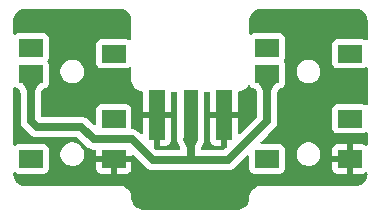
<source format=gbr>
%TF.GenerationSoftware,KiCad,Pcbnew,8.0.0*%
%TF.CreationDate,2024-03-03T15:21:22+01:00*%
%TF.ProjectId,EuroTap,4575726f-5461-4702-9e6b-696361645f70,0v02*%
%TF.SameCoordinates,Original*%
%TF.FileFunction,Copper,L1,Top*%
%TF.FilePolarity,Positive*%
%FSLAX46Y46*%
G04 Gerber Fmt 4.6, Leading zero omitted, Abs format (unit mm)*
G04 Created by KiCad (PCBNEW 8.0.0) date 2024-03-03 15:21:22*
%MOMM*%
%LPD*%
G01*
G04 APERTURE LIST*
%TA.AperFunction,SMDPad,CuDef*%
%ADD10R,2.000000X1.500000*%
%TD*%
%TA.AperFunction,SMDPad,CuDef*%
%ADD11R,1.270000X4.200000*%
%TD*%
%TA.AperFunction,SMDPad,CuDef*%
%ADD12R,1.350000X4.200000*%
%TD*%
%TA.AperFunction,ViaPad*%
%ADD13C,0.500000*%
%TD*%
%TA.AperFunction,Conductor*%
%ADD14C,0.700000*%
%TD*%
G04 APERTURE END LIST*
D10*
%TO.P,J2,1,S*%
%TO.N,GND*%
X128500000Y-112700000D03*
%TO.P,J2,2,T*%
%TO.N,/Signal*%
X121500000Y-105500000D03*
%TO.P,J2,3,R1*%
%TO.N,unconnected-(J2-R1-Pad3)*%
X128500000Y-109300000D03*
%TO.P,J2,4,R2*%
%TO.N,unconnected-(J2-R2-Pad4)*%
X121500000Y-112700000D03*
%TO.P,J2,10*%
%TO.N,N/C*%
X121500000Y-103300000D03*
%TO.P,J2,11*%
X128500000Y-103800000D03*
%TD*%
%TO.P,J1,11*%
%TO.N,N/C*%
X148500000Y-103800000D03*
%TO.P,J1,10*%
X141500000Y-103300000D03*
%TO.P,J1,4,R2*%
%TO.N,unconnected-(J1-R2-Pad4)*%
X141500000Y-112700000D03*
%TO.P,J1,3,R1*%
%TO.N,unconnected-(J1-R1-Pad3)*%
X148500000Y-109300000D03*
%TO.P,J1,2,T*%
%TO.N,/Signal*%
X141500000Y-105500000D03*
%TO.P,J1,1,S*%
%TO.N,GND*%
X148500000Y-112700000D03*
%TD*%
D11*
%TO.P,J3,1,In*%
%TO.N,/Signal*%
X135015000Y-109000000D03*
D12*
%TO.P,J3,2,Ext*%
%TO.N,GND*%
X137840000Y-109000000D03*
X132190000Y-109000000D03*
%TD*%
D13*
%TO.N,GND*%
X146000000Y-108110000D03*
X124000000Y-114000000D03*
X124000000Y-102000000D03*
X140000000Y-107500000D03*
X124000000Y-108110000D03*
X138000000Y-115000000D03*
X130000000Y-107500000D03*
X146000000Y-102000000D03*
X132000000Y-115000000D03*
X146000000Y-114000000D03*
%TD*%
D14*
%TO.N,/Signal*%
X135015000Y-112795000D02*
X135015000Y-109000000D01*
X130060000Y-111060000D02*
X126810000Y-111060000D01*
X135000000Y-112810000D02*
X131810000Y-112810000D01*
X131810000Y-112810000D02*
X130060000Y-111060000D01*
X126810000Y-111060000D02*
X125750000Y-110000000D01*
X125750000Y-110000000D02*
X122000000Y-110000000D01*
X121500000Y-109500000D02*
X121500000Y-105500000D01*
X122000000Y-110000000D02*
X121500000Y-109500000D01*
X138205000Y-112795000D02*
X141500000Y-109500000D01*
X141500000Y-109500000D02*
X141500000Y-105500000D01*
X135015000Y-112795000D02*
X138205000Y-112795000D01*
%TD*%
%TA.AperFunction,Conductor*%
%TO.N,GND*%
G36*
X149001509Y-100000037D02*
G01*
X149007232Y-100000177D01*
X149087583Y-100002145D01*
X149108728Y-100004490D01*
X149279013Y-100038362D01*
X149302261Y-100045413D01*
X149461257Y-100111272D01*
X149482692Y-100122730D01*
X149625775Y-100218335D01*
X149644565Y-100233756D01*
X149766243Y-100355434D01*
X149781664Y-100374224D01*
X149877269Y-100517307D01*
X149888728Y-100538745D01*
X149954583Y-100697731D01*
X149961639Y-100720993D01*
X149995508Y-100891266D01*
X149997854Y-100912419D01*
X149999963Y-100998488D01*
X150000000Y-101001526D01*
X150000000Y-102551372D01*
X149980315Y-102618411D01*
X149927511Y-102664166D01*
X149858353Y-102674110D01*
X149801689Y-102650639D01*
X149742331Y-102606204D01*
X149742328Y-102606202D01*
X149607482Y-102555908D01*
X149607483Y-102555908D01*
X149547883Y-102549501D01*
X149547881Y-102549500D01*
X149547873Y-102549500D01*
X149547864Y-102549500D01*
X147452129Y-102549500D01*
X147452123Y-102549501D01*
X147392516Y-102555908D01*
X147257671Y-102606202D01*
X147257664Y-102606206D01*
X147142455Y-102692452D01*
X147142452Y-102692455D01*
X147056206Y-102807664D01*
X147056202Y-102807671D01*
X147005908Y-102942517D01*
X146999501Y-103002116D01*
X146999500Y-103002135D01*
X146999500Y-104597870D01*
X146999501Y-104597876D01*
X147005908Y-104657483D01*
X147056202Y-104792328D01*
X147056206Y-104792335D01*
X147142452Y-104907544D01*
X147142455Y-104907547D01*
X147257664Y-104993793D01*
X147257671Y-104993797D01*
X147392517Y-105044091D01*
X147392516Y-105044091D01*
X147399444Y-105044835D01*
X147452127Y-105050500D01*
X149547872Y-105050499D01*
X149607483Y-105044091D01*
X149742331Y-104993796D01*
X149801688Y-104949360D01*
X149867153Y-104924943D01*
X149935426Y-104939794D01*
X149984832Y-104989199D01*
X150000000Y-105048627D01*
X150000000Y-108051372D01*
X149980315Y-108118411D01*
X149927511Y-108164166D01*
X149858353Y-108174110D01*
X149801689Y-108150639D01*
X149742331Y-108106204D01*
X149742328Y-108106202D01*
X149607482Y-108055908D01*
X149607483Y-108055908D01*
X149547883Y-108049501D01*
X149547881Y-108049500D01*
X149547873Y-108049500D01*
X149547864Y-108049500D01*
X147452129Y-108049500D01*
X147452123Y-108049501D01*
X147392516Y-108055908D01*
X147257671Y-108106202D01*
X147257664Y-108106206D01*
X147142455Y-108192452D01*
X147142452Y-108192455D01*
X147056206Y-108307664D01*
X147056202Y-108307671D01*
X147005908Y-108442517D01*
X146999501Y-108502116D01*
X146999501Y-108502123D01*
X146999500Y-108502135D01*
X146999500Y-110097870D01*
X146999501Y-110097876D01*
X147005908Y-110157483D01*
X147056202Y-110292328D01*
X147056206Y-110292335D01*
X147142452Y-110407544D01*
X147142455Y-110407547D01*
X147257664Y-110493793D01*
X147257671Y-110493797D01*
X147392517Y-110544091D01*
X147392516Y-110544091D01*
X147399444Y-110544835D01*
X147452127Y-110550500D01*
X149547872Y-110550499D01*
X149607483Y-110544091D01*
X149742331Y-110493796D01*
X149801688Y-110449360D01*
X149867153Y-110424943D01*
X149935426Y-110439794D01*
X149984832Y-110489199D01*
X150000000Y-110548627D01*
X150000000Y-111451997D01*
X149980315Y-111519036D01*
X149927511Y-111564791D01*
X149858353Y-111574735D01*
X149801689Y-111551263D01*
X149742093Y-111506649D01*
X149742086Y-111506645D01*
X149607379Y-111456403D01*
X149607372Y-111456401D01*
X149547844Y-111450000D01*
X148750000Y-111450000D01*
X148750000Y-113950000D01*
X149547828Y-113950000D01*
X149547844Y-113949999D01*
X149607372Y-113943598D01*
X149607379Y-113943596D01*
X149742086Y-113893354D01*
X149742089Y-113893352D01*
X149801688Y-113848736D01*
X149867152Y-113824318D01*
X149935425Y-113839169D01*
X149984831Y-113888573D01*
X150000000Y-113948002D01*
X150000000Y-113998473D01*
X149999963Y-114001511D01*
X149997854Y-114087580D01*
X149995508Y-114108733D01*
X149961639Y-114279006D01*
X149954583Y-114302268D01*
X149888728Y-114461254D01*
X149877269Y-114482692D01*
X149781664Y-114625775D01*
X149766243Y-114644565D01*
X149644565Y-114766243D01*
X149625775Y-114781664D01*
X149482692Y-114877269D01*
X149461254Y-114888728D01*
X149302268Y-114954583D01*
X149279006Y-114961639D01*
X149108733Y-114995508D01*
X149087580Y-114997854D01*
X149004250Y-114999895D01*
X149001509Y-114999963D01*
X148998473Y-115000000D01*
X141000000Y-115000000D01*
X140901746Y-115002407D01*
X140901744Y-115002407D01*
X140901738Y-115002408D01*
X140709020Y-115040742D01*
X140709012Y-115040744D01*
X140527466Y-115115943D01*
X140527456Y-115115948D01*
X140364072Y-115225118D01*
X140364068Y-115225121D01*
X140225121Y-115364068D01*
X140225118Y-115364072D01*
X140115948Y-115527456D01*
X140115943Y-115527466D01*
X140040744Y-115709012D01*
X140040742Y-115709020D01*
X140002408Y-115901738D01*
X140002407Y-115901747D01*
X140000000Y-116000000D01*
X140000000Y-116000001D01*
X139997854Y-116087580D01*
X139995508Y-116108733D01*
X139961639Y-116279006D01*
X139954583Y-116302268D01*
X139888728Y-116461254D01*
X139877269Y-116482692D01*
X139781664Y-116625775D01*
X139766243Y-116644565D01*
X139644565Y-116766243D01*
X139625775Y-116781664D01*
X139482692Y-116877269D01*
X139461254Y-116888728D01*
X139302268Y-116954583D01*
X139279006Y-116961639D01*
X139108733Y-116995508D01*
X139087580Y-116997854D01*
X139004250Y-116999895D01*
X139001509Y-116999963D01*
X138998473Y-117000000D01*
X131001527Y-117000000D01*
X130998490Y-116999963D01*
X130912420Y-116997854D01*
X130891266Y-116995508D01*
X130720993Y-116961639D01*
X130697731Y-116954583D01*
X130538745Y-116888728D01*
X130517307Y-116877269D01*
X130374224Y-116781664D01*
X130355434Y-116766243D01*
X130233756Y-116644565D01*
X130218335Y-116625775D01*
X130122730Y-116482692D01*
X130111271Y-116461254D01*
X130045413Y-116302261D01*
X130038362Y-116279013D01*
X130004490Y-116108728D01*
X130002145Y-116087583D01*
X130000000Y-116000000D01*
X129997593Y-115901746D01*
X129959256Y-115709013D01*
X129884055Y-115527463D01*
X129884053Y-115527460D01*
X129884051Y-115527456D01*
X129774881Y-115364072D01*
X129774878Y-115364068D01*
X129635931Y-115225121D01*
X129635927Y-115225118D01*
X129472543Y-115115948D01*
X129472533Y-115115943D01*
X129290987Y-115040744D01*
X129290979Y-115040742D01*
X129098261Y-115002408D01*
X129098256Y-115002407D01*
X129098254Y-115002407D01*
X129000000Y-115000000D01*
X128999992Y-115000000D01*
X121001527Y-115000000D01*
X120998490Y-114999963D01*
X120912420Y-114997854D01*
X120891266Y-114995508D01*
X120720993Y-114961639D01*
X120697731Y-114954583D01*
X120538745Y-114888728D01*
X120517307Y-114877269D01*
X120374224Y-114781664D01*
X120355434Y-114766243D01*
X120233756Y-114644565D01*
X120218335Y-114625775D01*
X120122730Y-114482692D01*
X120111271Y-114461254D01*
X120045413Y-114302261D01*
X120038362Y-114279013D01*
X120004490Y-114108728D01*
X120002145Y-114087583D01*
X120000037Y-114001509D01*
X120000000Y-113998473D01*
X120000000Y-113948627D01*
X120019685Y-113881588D01*
X120072489Y-113835833D01*
X120141647Y-113825889D01*
X120198311Y-113849360D01*
X120257076Y-113893352D01*
X120257668Y-113893795D01*
X120257671Y-113893797D01*
X120392517Y-113944091D01*
X120392516Y-113944091D01*
X120399444Y-113944835D01*
X120452127Y-113950500D01*
X122547872Y-113950499D01*
X122607483Y-113944091D01*
X122742331Y-113893796D01*
X122857546Y-113807546D01*
X122943796Y-113692331D01*
X122994091Y-113557483D01*
X123000500Y-113497873D01*
X123000499Y-112398543D01*
X123999499Y-112398543D01*
X124037947Y-112591829D01*
X124037950Y-112591839D01*
X124113364Y-112773907D01*
X124113371Y-112773920D01*
X124222860Y-112937781D01*
X124222863Y-112937785D01*
X124362214Y-113077136D01*
X124362218Y-113077139D01*
X124526079Y-113186628D01*
X124526092Y-113186635D01*
X124708160Y-113262049D01*
X124708165Y-113262051D01*
X124708169Y-113262051D01*
X124708170Y-113262052D01*
X124901456Y-113300500D01*
X124901459Y-113300500D01*
X125098543Y-113300500D01*
X125228582Y-113274632D01*
X125291835Y-113262051D01*
X125473914Y-113186632D01*
X125637782Y-113077139D01*
X125764921Y-112950000D01*
X127000000Y-112950000D01*
X127000000Y-113497844D01*
X127006401Y-113557372D01*
X127006403Y-113557379D01*
X127056645Y-113692086D01*
X127056649Y-113692093D01*
X127142809Y-113807187D01*
X127142812Y-113807190D01*
X127257906Y-113893350D01*
X127257913Y-113893354D01*
X127392620Y-113943596D01*
X127392627Y-113943598D01*
X127452155Y-113949999D01*
X127452172Y-113950000D01*
X128250000Y-113950000D01*
X128250000Y-112950000D01*
X128750000Y-112950000D01*
X128750000Y-113950000D01*
X129547828Y-113950000D01*
X129547844Y-113949999D01*
X129607372Y-113943598D01*
X129607379Y-113943596D01*
X129742086Y-113893354D01*
X129742093Y-113893350D01*
X129857187Y-113807190D01*
X129857190Y-113807187D01*
X129943350Y-113692093D01*
X129943354Y-113692086D01*
X129993596Y-113557379D01*
X129993598Y-113557372D01*
X129999999Y-113497844D01*
X130000000Y-113497827D01*
X130000000Y-112950000D01*
X128750000Y-112950000D01*
X128250000Y-112950000D01*
X127000000Y-112950000D01*
X125764921Y-112950000D01*
X125777139Y-112937782D01*
X125886632Y-112773914D01*
X125962051Y-112591835D01*
X125994573Y-112428339D01*
X126000500Y-112398543D01*
X126000500Y-112201456D01*
X125962052Y-112008170D01*
X125962051Y-112008169D01*
X125962051Y-112008165D01*
X125951623Y-111982989D01*
X125886635Y-111826092D01*
X125886628Y-111826079D01*
X125777139Y-111662218D01*
X125777136Y-111662214D01*
X125637785Y-111522863D01*
X125637781Y-111522860D01*
X125473920Y-111413371D01*
X125473907Y-111413364D01*
X125291839Y-111337950D01*
X125291829Y-111337947D01*
X125098543Y-111299500D01*
X125098541Y-111299500D01*
X124901459Y-111299500D01*
X124901457Y-111299500D01*
X124708170Y-111337947D01*
X124708160Y-111337950D01*
X124526092Y-111413364D01*
X124526079Y-111413371D01*
X124362218Y-111522860D01*
X124362214Y-111522863D01*
X124222863Y-111662214D01*
X124222860Y-111662218D01*
X124113371Y-111826079D01*
X124113364Y-111826092D01*
X124037950Y-112008160D01*
X124037947Y-112008170D01*
X123999500Y-112201456D01*
X123999500Y-112201459D01*
X123999500Y-112398541D01*
X123999500Y-112398543D01*
X123999499Y-112398543D01*
X123000499Y-112398543D01*
X123000499Y-111902128D01*
X122994091Y-111842517D01*
X122991614Y-111835877D01*
X122943797Y-111707671D01*
X122943793Y-111707664D01*
X122857547Y-111592455D01*
X122857544Y-111592452D01*
X122742335Y-111506206D01*
X122742328Y-111506202D01*
X122607482Y-111455908D01*
X122607483Y-111455908D01*
X122547883Y-111449501D01*
X122547881Y-111449500D01*
X122547873Y-111449500D01*
X122547864Y-111449500D01*
X120452129Y-111449500D01*
X120452123Y-111449501D01*
X120392516Y-111455908D01*
X120257671Y-111506202D01*
X120257668Y-111506204D01*
X120198311Y-111550639D01*
X120132846Y-111575056D01*
X120064573Y-111560204D01*
X120015168Y-111510799D01*
X120000000Y-111451372D01*
X120000000Y-106748627D01*
X120019685Y-106681588D01*
X120072489Y-106635833D01*
X120141647Y-106625889D01*
X120198311Y-106649360D01*
X120257665Y-106693793D01*
X120257668Y-106693795D01*
X120257671Y-106693797D01*
X120302618Y-106710561D01*
X120392517Y-106744091D01*
X120419011Y-106746939D01*
X120483559Y-106773676D01*
X120515166Y-106811876D01*
X120535234Y-106849504D01*
X120538481Y-106856050D01*
X120604548Y-106999745D01*
X120606847Y-107005070D01*
X120640470Y-107088286D01*
X120649500Y-107134739D01*
X120649500Y-109583771D01*
X120682182Y-109748074D01*
X120682185Y-109748086D01*
X120700961Y-109793414D01*
X120700962Y-109793416D01*
X120746296Y-109902863D01*
X120746297Y-109902866D01*
X120839372Y-110042161D01*
X120839375Y-110042165D01*
X121457834Y-110660624D01*
X121457838Y-110660627D01*
X121597137Y-110753704D01*
X121597139Y-110753705D01*
X121597143Y-110753707D01*
X121679222Y-110787703D01*
X121706584Y-110799037D01*
X121751918Y-110817816D01*
X121916228Y-110850499D01*
X121916232Y-110850500D01*
X121916233Y-110850500D01*
X122083767Y-110850500D01*
X125346349Y-110850500D01*
X125413388Y-110870185D01*
X125434030Y-110886819D01*
X125801126Y-111253914D01*
X126149374Y-111602162D01*
X126209426Y-111662214D01*
X126267839Y-111720627D01*
X126321207Y-111756286D01*
X126407137Y-111813703D01*
X126561918Y-111877816D01*
X126726228Y-111910499D01*
X126726232Y-111910500D01*
X126726233Y-111910500D01*
X126876000Y-111910500D01*
X126943039Y-111930185D01*
X126988794Y-111982989D01*
X127000000Y-112034500D01*
X127000000Y-112450000D01*
X129999998Y-112450000D01*
X130035923Y-112414075D01*
X130097246Y-112380590D01*
X130166938Y-112385574D01*
X130211286Y-112414075D01*
X131267834Y-113470624D01*
X131267838Y-113470627D01*
X131384689Y-113548705D01*
X131407137Y-113563704D01*
X131407139Y-113563705D01*
X131407143Y-113563707D01*
X131480362Y-113594034D01*
X131516584Y-113609037D01*
X131561918Y-113627816D01*
X131662803Y-113647883D01*
X131726228Y-113660499D01*
X131726232Y-113660500D01*
X131726233Y-113660500D01*
X135083768Y-113660500D01*
X135083768Y-113660499D01*
X135147198Y-113647882D01*
X135171389Y-113645500D01*
X138288768Y-113645500D01*
X138288769Y-113645499D01*
X138343538Y-113634605D01*
X138453074Y-113612818D01*
X138453078Y-113612816D01*
X138453082Y-113612816D01*
X138498415Y-113594037D01*
X138607863Y-113548704D01*
X138747162Y-113455627D01*
X139787819Y-112414968D01*
X139849142Y-112381484D01*
X139918833Y-112386468D01*
X139974767Y-112428339D01*
X139999184Y-112493804D01*
X139999500Y-112502650D01*
X139999500Y-113497870D01*
X139999501Y-113497876D01*
X140005908Y-113557483D01*
X140056202Y-113692328D01*
X140056206Y-113692335D01*
X140142452Y-113807544D01*
X140142455Y-113807547D01*
X140257664Y-113893793D01*
X140257671Y-113893797D01*
X140392517Y-113944091D01*
X140392516Y-113944091D01*
X140399444Y-113944835D01*
X140452127Y-113950500D01*
X142547872Y-113950499D01*
X142607483Y-113944091D01*
X142742331Y-113893796D01*
X142857546Y-113807546D01*
X142943796Y-113692331D01*
X142994091Y-113557483D01*
X143000500Y-113497873D01*
X143000499Y-112398543D01*
X143999499Y-112398543D01*
X144037947Y-112591829D01*
X144037950Y-112591839D01*
X144113364Y-112773907D01*
X144113371Y-112773920D01*
X144222860Y-112937781D01*
X144222863Y-112937785D01*
X144362214Y-113077136D01*
X144362218Y-113077139D01*
X144526079Y-113186628D01*
X144526092Y-113186635D01*
X144708160Y-113262049D01*
X144708165Y-113262051D01*
X144708169Y-113262051D01*
X144708170Y-113262052D01*
X144901456Y-113300500D01*
X144901459Y-113300500D01*
X145098543Y-113300500D01*
X145228582Y-113274632D01*
X145291835Y-113262051D01*
X145473914Y-113186632D01*
X145637782Y-113077139D01*
X145764921Y-112950000D01*
X147000000Y-112950000D01*
X147000000Y-113497844D01*
X147006401Y-113557372D01*
X147006403Y-113557379D01*
X147056645Y-113692086D01*
X147056649Y-113692093D01*
X147142809Y-113807187D01*
X147142812Y-113807190D01*
X147257906Y-113893350D01*
X147257913Y-113893354D01*
X147392620Y-113943596D01*
X147392627Y-113943598D01*
X147452155Y-113949999D01*
X147452172Y-113950000D01*
X148250000Y-113950000D01*
X148250000Y-112950000D01*
X147000000Y-112950000D01*
X145764921Y-112950000D01*
X145777139Y-112937782D01*
X145886632Y-112773914D01*
X145962051Y-112591835D01*
X145990264Y-112450000D01*
X147000000Y-112450000D01*
X148250000Y-112450000D01*
X148250000Y-111450000D01*
X147452155Y-111450000D01*
X147392627Y-111456401D01*
X147392620Y-111456403D01*
X147257913Y-111506645D01*
X147257906Y-111506649D01*
X147142812Y-111592809D01*
X147142809Y-111592812D01*
X147056649Y-111707906D01*
X147056645Y-111707913D01*
X147006403Y-111842620D01*
X147006401Y-111842627D01*
X147000000Y-111902155D01*
X147000000Y-112450000D01*
X145990264Y-112450000D01*
X145994573Y-112428339D01*
X146000500Y-112398543D01*
X146000500Y-112201456D01*
X145962052Y-112008170D01*
X145962051Y-112008169D01*
X145962051Y-112008165D01*
X145951623Y-111982989D01*
X145886635Y-111826092D01*
X145886628Y-111826079D01*
X145777139Y-111662218D01*
X145777136Y-111662214D01*
X145637785Y-111522863D01*
X145637781Y-111522860D01*
X145473920Y-111413371D01*
X145473907Y-111413364D01*
X145291839Y-111337950D01*
X145291829Y-111337947D01*
X145098543Y-111299500D01*
X145098541Y-111299500D01*
X144901459Y-111299500D01*
X144901457Y-111299500D01*
X144708170Y-111337947D01*
X144708160Y-111337950D01*
X144526092Y-111413364D01*
X144526079Y-111413371D01*
X144362218Y-111522860D01*
X144362214Y-111522863D01*
X144222863Y-111662214D01*
X144222860Y-111662218D01*
X144113371Y-111826079D01*
X144113364Y-111826092D01*
X144037950Y-112008160D01*
X144037947Y-112008170D01*
X143999500Y-112201456D01*
X143999500Y-112201459D01*
X143999500Y-112398541D01*
X143999500Y-112398543D01*
X143999499Y-112398543D01*
X143000499Y-112398543D01*
X143000499Y-111902128D01*
X142994091Y-111842517D01*
X142991614Y-111835877D01*
X142943797Y-111707671D01*
X142943793Y-111707664D01*
X142857547Y-111592455D01*
X142857544Y-111592452D01*
X142742335Y-111506206D01*
X142742328Y-111506202D01*
X142607482Y-111455908D01*
X142607483Y-111455908D01*
X142547883Y-111449501D01*
X142547881Y-111449500D01*
X142547873Y-111449500D01*
X142547865Y-111449500D01*
X141052650Y-111449500D01*
X140985611Y-111429815D01*
X140939856Y-111377011D01*
X140929912Y-111307853D01*
X140958937Y-111244297D01*
X140964969Y-111237819D01*
X141542162Y-110660627D01*
X142160627Y-110042162D01*
X142253704Y-109902863D01*
X142299035Y-109793418D01*
X142299037Y-109793417D01*
X142317815Y-109748084D01*
X142317818Y-109748074D01*
X142350499Y-109583771D01*
X142350500Y-109583768D01*
X142350500Y-107134738D01*
X142359529Y-107088287D01*
X142365912Y-107072489D01*
X142393173Y-107005015D01*
X142395444Y-106999754D01*
X142461530Y-106856019D01*
X142464765Y-106849498D01*
X142484831Y-106811875D01*
X142533748Y-106761986D01*
X142580989Y-106746939D01*
X142580999Y-106746938D01*
X142607483Y-106744091D01*
X142742331Y-106693796D01*
X142857546Y-106607546D01*
X142943796Y-106492331D01*
X142994091Y-106357483D01*
X143000500Y-106297873D01*
X143000499Y-105398543D01*
X143999499Y-105398543D01*
X144037947Y-105591829D01*
X144037950Y-105591839D01*
X144113364Y-105773907D01*
X144113371Y-105773920D01*
X144222860Y-105937781D01*
X144222863Y-105937785D01*
X144362214Y-106077136D01*
X144362218Y-106077139D01*
X144526079Y-106186628D01*
X144526092Y-106186635D01*
X144708160Y-106262049D01*
X144708165Y-106262051D01*
X144708169Y-106262051D01*
X144708170Y-106262052D01*
X144901456Y-106300500D01*
X144901459Y-106300500D01*
X145098543Y-106300500D01*
X145228582Y-106274632D01*
X145291835Y-106262051D01*
X145473914Y-106186632D01*
X145637782Y-106077139D01*
X145777139Y-105937782D01*
X145886632Y-105773914D01*
X145962051Y-105591835D01*
X146000500Y-105398541D01*
X146000500Y-105201459D01*
X146000500Y-105201456D01*
X145962052Y-105008170D01*
X145962051Y-105008169D01*
X145962051Y-105008165D01*
X145920373Y-104907544D01*
X145886635Y-104826092D01*
X145886628Y-104826079D01*
X145777139Y-104662218D01*
X145777136Y-104662214D01*
X145637785Y-104522863D01*
X145637781Y-104522860D01*
X145473920Y-104413371D01*
X145473907Y-104413364D01*
X145291839Y-104337950D01*
X145291829Y-104337947D01*
X145098543Y-104299500D01*
X145098541Y-104299500D01*
X144901459Y-104299500D01*
X144901457Y-104299500D01*
X144708170Y-104337947D01*
X144708160Y-104337950D01*
X144526092Y-104413364D01*
X144526079Y-104413371D01*
X144362218Y-104522860D01*
X144362214Y-104522863D01*
X144222863Y-104662214D01*
X144222860Y-104662218D01*
X144113371Y-104826079D01*
X144113364Y-104826092D01*
X144037950Y-105008160D01*
X144037947Y-105008170D01*
X143999500Y-105201456D01*
X143999500Y-105201459D01*
X143999500Y-105398541D01*
X143999500Y-105398543D01*
X143999499Y-105398543D01*
X143000499Y-105398543D01*
X143000499Y-104702128D01*
X142994091Y-104642517D01*
X142977439Y-104597870D01*
X142943797Y-104507670D01*
X142936786Y-104498305D01*
X142918823Y-104474310D01*
X142894406Y-104408849D01*
X142909257Y-104340575D01*
X142918820Y-104325694D01*
X142943796Y-104292331D01*
X142994091Y-104157483D01*
X143000500Y-104097873D01*
X143000499Y-102502128D01*
X142994091Y-102442517D01*
X142943796Y-102307669D01*
X142943795Y-102307668D01*
X142943793Y-102307664D01*
X142857547Y-102192455D01*
X142857544Y-102192452D01*
X142742335Y-102106206D01*
X142742328Y-102106202D01*
X142607482Y-102055908D01*
X142607483Y-102055908D01*
X142547883Y-102049501D01*
X142547881Y-102049500D01*
X142547873Y-102049500D01*
X142547864Y-102049500D01*
X140452129Y-102049500D01*
X140452123Y-102049501D01*
X140392516Y-102055908D01*
X140257671Y-102106202D01*
X140257668Y-102106204D01*
X140198311Y-102150639D01*
X140132846Y-102175056D01*
X140064573Y-102160204D01*
X140015168Y-102110799D01*
X140000000Y-102051372D01*
X140000000Y-101001526D01*
X140000037Y-100998490D01*
X140002145Y-100912421D01*
X140002146Y-100912419D01*
X140002145Y-100912415D01*
X140004490Y-100891272D01*
X140038362Y-100720983D01*
X140045412Y-100697741D01*
X140111274Y-100538738D01*
X140122726Y-100517314D01*
X140218338Y-100374219D01*
X140233751Y-100355439D01*
X140355439Y-100233751D01*
X140374219Y-100218338D01*
X140517314Y-100122726D01*
X140538738Y-100111274D01*
X140697741Y-100045412D01*
X140720983Y-100038362D01*
X140891272Y-100004490D01*
X140912415Y-100002145D01*
X140993037Y-100000170D01*
X140998491Y-100000037D01*
X141001527Y-100000000D01*
X148998473Y-100000000D01*
X149001509Y-100000037D01*
G37*
%TD.AperFunction*%
%TA.AperFunction,Conductor*%
G36*
X129001509Y-100000037D02*
G01*
X129007232Y-100000177D01*
X129087583Y-100002145D01*
X129108728Y-100004490D01*
X129279013Y-100038362D01*
X129302261Y-100045413D01*
X129461257Y-100111272D01*
X129482692Y-100122730D01*
X129625775Y-100218335D01*
X129644565Y-100233756D01*
X129766243Y-100355434D01*
X129781664Y-100374224D01*
X129877269Y-100517307D01*
X129888728Y-100538745D01*
X129954583Y-100697731D01*
X129961639Y-100720993D01*
X129995508Y-100891266D01*
X129997854Y-100912419D01*
X129999963Y-100998488D01*
X130000000Y-101001526D01*
X130000000Y-102551372D01*
X129980315Y-102618411D01*
X129927511Y-102664166D01*
X129858353Y-102674110D01*
X129801689Y-102650639D01*
X129742331Y-102606204D01*
X129742328Y-102606202D01*
X129607482Y-102555908D01*
X129607483Y-102555908D01*
X129547883Y-102549501D01*
X129547881Y-102549500D01*
X129547873Y-102549500D01*
X129547864Y-102549500D01*
X127452129Y-102549500D01*
X127452123Y-102549501D01*
X127392516Y-102555908D01*
X127257671Y-102606202D01*
X127257664Y-102606206D01*
X127142455Y-102692452D01*
X127142452Y-102692455D01*
X127056206Y-102807664D01*
X127056202Y-102807671D01*
X127005908Y-102942517D01*
X126999501Y-103002116D01*
X126999500Y-103002135D01*
X126999500Y-104597870D01*
X126999501Y-104597876D01*
X127005908Y-104657483D01*
X127056202Y-104792328D01*
X127056206Y-104792335D01*
X127142452Y-104907544D01*
X127142455Y-104907547D01*
X127257664Y-104993793D01*
X127257671Y-104993797D01*
X127392517Y-105044091D01*
X127392516Y-105044091D01*
X127399444Y-105044835D01*
X127452127Y-105050500D01*
X129547872Y-105050499D01*
X129607483Y-105044091D01*
X129742331Y-104993796D01*
X129801688Y-104949360D01*
X129867153Y-104924943D01*
X129935426Y-104939794D01*
X129984832Y-104989199D01*
X130000000Y-105048627D01*
X130000000Y-105999992D01*
X130002407Y-106098252D01*
X130002408Y-106098261D01*
X130040742Y-106290979D01*
X130040744Y-106290987D01*
X130115943Y-106472533D01*
X130115948Y-106472543D01*
X130225118Y-106635927D01*
X130225121Y-106635931D01*
X130364068Y-106774878D01*
X130364072Y-106774881D01*
X130527456Y-106884051D01*
X130527460Y-106884053D01*
X130527463Y-106884055D01*
X130709013Y-106959256D01*
X130901746Y-106997593D01*
X130901760Y-106997593D01*
X130904664Y-106997916D01*
X130905838Y-106998407D01*
X130906974Y-106998633D01*
X130906928Y-106998862D01*
X130969126Y-107024868D01*
X131008784Y-107082392D01*
X131015000Y-107121161D01*
X131015000Y-108750000D01*
X133365000Y-108750000D01*
X133365000Y-107124000D01*
X133384685Y-107056961D01*
X133437489Y-107011206D01*
X133489000Y-107000000D01*
X133755500Y-107000000D01*
X133822539Y-107019685D01*
X133868294Y-107072489D01*
X133879500Y-107124000D01*
X133879500Y-111147866D01*
X133879502Y-111147887D01*
X133881489Y-111166377D01*
X133881762Y-111170823D01*
X133882145Y-111175227D01*
X133882555Y-111177797D01*
X133883389Y-111184054D01*
X133885906Y-111207473D01*
X133885909Y-111207484D01*
X133889074Y-111215971D01*
X133894117Y-111233227D01*
X133894920Y-111236965D01*
X133894925Y-111236979D01*
X133908138Y-111267545D01*
X133910499Y-111273413D01*
X133936115Y-111342093D01*
X133936204Y-111342330D01*
X133936208Y-111342338D01*
X133937538Y-111344115D01*
X133949769Y-111365213D01*
X133949968Y-111365110D01*
X133952015Y-111369047D01*
X133994331Y-111437940D01*
X133998747Y-111445749D01*
X134037067Y-111519634D01*
X134040119Y-111525950D01*
X134083990Y-111623697D01*
X134086169Y-111628860D01*
X134133670Y-111748945D01*
X134135269Y-111753217D01*
X134149747Y-111794161D01*
X134153538Y-111863928D01*
X134119009Y-111924669D01*
X134057121Y-111957100D01*
X134032841Y-111959500D01*
X132213651Y-111959500D01*
X132146612Y-111939815D01*
X132125970Y-111923181D01*
X131959075Y-111756286D01*
X131925590Y-111694963D01*
X131930574Y-111625271D01*
X131940000Y-111610604D01*
X131940000Y-109250000D01*
X132440000Y-109250000D01*
X132440000Y-111600000D01*
X132912828Y-111600000D01*
X132912844Y-111599999D01*
X132972372Y-111593598D01*
X132972379Y-111593596D01*
X133107086Y-111543354D01*
X133107093Y-111543350D01*
X133222187Y-111457190D01*
X133222190Y-111457187D01*
X133308350Y-111342093D01*
X133308354Y-111342086D01*
X133358596Y-111207379D01*
X133358598Y-111207372D01*
X133364999Y-111147844D01*
X133365000Y-111147827D01*
X133365000Y-109250000D01*
X132440000Y-109250000D01*
X131940000Y-109250000D01*
X131015000Y-109250000D01*
X131015000Y-110512848D01*
X130995315Y-110579887D01*
X130942511Y-110625642D01*
X130873353Y-110635586D01*
X130809797Y-110606561D01*
X130803319Y-110600529D01*
X130602165Y-110399375D01*
X130602161Y-110399372D01*
X130462869Y-110306299D01*
X130462856Y-110306292D01*
X130335891Y-110253703D01*
X130308082Y-110242184D01*
X130308074Y-110242182D01*
X130143771Y-110209500D01*
X130143767Y-110209500D01*
X130124500Y-110209500D01*
X130057461Y-110189815D01*
X130011706Y-110137011D01*
X130000500Y-110085500D01*
X130000499Y-108502129D01*
X130000498Y-108502123D01*
X130000497Y-108502116D01*
X129994091Y-108442517D01*
X129943796Y-108307669D01*
X129943795Y-108307668D01*
X129943793Y-108307664D01*
X129857547Y-108192455D01*
X129857544Y-108192452D01*
X129742335Y-108106206D01*
X129742328Y-108106202D01*
X129607482Y-108055908D01*
X129607483Y-108055908D01*
X129547883Y-108049501D01*
X129547881Y-108049500D01*
X129547873Y-108049500D01*
X129547864Y-108049500D01*
X127452129Y-108049500D01*
X127452123Y-108049501D01*
X127392516Y-108055908D01*
X127257671Y-108106202D01*
X127257664Y-108106206D01*
X127142455Y-108192452D01*
X127142452Y-108192455D01*
X127056206Y-108307664D01*
X127056202Y-108307671D01*
X127005908Y-108442517D01*
X126999501Y-108502116D01*
X126999501Y-108502123D01*
X126999500Y-108502135D01*
X126999500Y-109747349D01*
X126979815Y-109814388D01*
X126927011Y-109860143D01*
X126857853Y-109870087D01*
X126794297Y-109841062D01*
X126787819Y-109835030D01*
X126292165Y-109339375D01*
X126292161Y-109339372D01*
X126152866Y-109246297D01*
X126152863Y-109246296D01*
X126043416Y-109200962D01*
X126043414Y-109200961D01*
X125998086Y-109182185D01*
X125998074Y-109182182D01*
X125833771Y-109149500D01*
X125833767Y-109149500D01*
X122474500Y-109149500D01*
X122407461Y-109129815D01*
X122361706Y-109077011D01*
X122350500Y-109025500D01*
X122350500Y-107134738D01*
X122359529Y-107088287D01*
X122365912Y-107072489D01*
X122393173Y-107005015D01*
X122395444Y-106999754D01*
X122461530Y-106856019D01*
X122464765Y-106849498D01*
X122484831Y-106811875D01*
X122533748Y-106761986D01*
X122580989Y-106746939D01*
X122580999Y-106746938D01*
X122607483Y-106744091D01*
X122742331Y-106693796D01*
X122857546Y-106607546D01*
X122943796Y-106492331D01*
X122994091Y-106357483D01*
X123000500Y-106297873D01*
X123000499Y-105398543D01*
X123999499Y-105398543D01*
X124037947Y-105591829D01*
X124037950Y-105591839D01*
X124113364Y-105773907D01*
X124113371Y-105773920D01*
X124222860Y-105937781D01*
X124222863Y-105937785D01*
X124362214Y-106077136D01*
X124362218Y-106077139D01*
X124526079Y-106186628D01*
X124526092Y-106186635D01*
X124708160Y-106262049D01*
X124708165Y-106262051D01*
X124708169Y-106262051D01*
X124708170Y-106262052D01*
X124901456Y-106300500D01*
X124901459Y-106300500D01*
X125098543Y-106300500D01*
X125228582Y-106274632D01*
X125291835Y-106262051D01*
X125473914Y-106186632D01*
X125637782Y-106077139D01*
X125777139Y-105937782D01*
X125886632Y-105773914D01*
X125962051Y-105591835D01*
X126000500Y-105398541D01*
X126000500Y-105201459D01*
X126000500Y-105201456D01*
X125962052Y-105008170D01*
X125962051Y-105008169D01*
X125962051Y-105008165D01*
X125920373Y-104907544D01*
X125886635Y-104826092D01*
X125886628Y-104826079D01*
X125777139Y-104662218D01*
X125777136Y-104662214D01*
X125637785Y-104522863D01*
X125637781Y-104522860D01*
X125473920Y-104413371D01*
X125473907Y-104413364D01*
X125291839Y-104337950D01*
X125291829Y-104337947D01*
X125098543Y-104299500D01*
X125098541Y-104299500D01*
X124901459Y-104299500D01*
X124901457Y-104299500D01*
X124708170Y-104337947D01*
X124708160Y-104337950D01*
X124526092Y-104413364D01*
X124526079Y-104413371D01*
X124362218Y-104522860D01*
X124362214Y-104522863D01*
X124222863Y-104662214D01*
X124222860Y-104662218D01*
X124113371Y-104826079D01*
X124113364Y-104826092D01*
X124037950Y-105008160D01*
X124037947Y-105008170D01*
X123999500Y-105201456D01*
X123999500Y-105201459D01*
X123999500Y-105398541D01*
X123999500Y-105398543D01*
X123999499Y-105398543D01*
X123000499Y-105398543D01*
X123000499Y-104702128D01*
X122994091Y-104642517D01*
X122977439Y-104597870D01*
X122943797Y-104507670D01*
X122936786Y-104498305D01*
X122918823Y-104474310D01*
X122894406Y-104408849D01*
X122909257Y-104340575D01*
X122918820Y-104325694D01*
X122943796Y-104292331D01*
X122994091Y-104157483D01*
X123000500Y-104097873D01*
X123000499Y-102502128D01*
X122994091Y-102442517D01*
X122943796Y-102307669D01*
X122943795Y-102307668D01*
X122943793Y-102307664D01*
X122857547Y-102192455D01*
X122857544Y-102192452D01*
X122742335Y-102106206D01*
X122742328Y-102106202D01*
X122607482Y-102055908D01*
X122607483Y-102055908D01*
X122547883Y-102049501D01*
X122547881Y-102049500D01*
X122547873Y-102049500D01*
X122547864Y-102049500D01*
X120452129Y-102049500D01*
X120452123Y-102049501D01*
X120392516Y-102055908D01*
X120257671Y-102106202D01*
X120257668Y-102106204D01*
X120198311Y-102150639D01*
X120132846Y-102175056D01*
X120064573Y-102160204D01*
X120015168Y-102110799D01*
X120000000Y-102051372D01*
X120000000Y-101001526D01*
X120000037Y-100998490D01*
X120002145Y-100912421D01*
X120002146Y-100912419D01*
X120002145Y-100912415D01*
X120004490Y-100891272D01*
X120038362Y-100720983D01*
X120045412Y-100697741D01*
X120111274Y-100538738D01*
X120122726Y-100517314D01*
X120218338Y-100374219D01*
X120233751Y-100355439D01*
X120355439Y-100233751D01*
X120374219Y-100218338D01*
X120517314Y-100122726D01*
X120538738Y-100111274D01*
X120697741Y-100045412D01*
X120720983Y-100038362D01*
X120891272Y-100004490D01*
X120912415Y-100002145D01*
X120993037Y-100000170D01*
X120998491Y-100000037D01*
X121001527Y-100000000D01*
X128998473Y-100000000D01*
X129001509Y-100000037D01*
G37*
%TD.AperFunction*%
%TA.AperFunction,Conductor*%
G36*
X140046865Y-106483832D02*
G01*
X140063269Y-106501770D01*
X140142452Y-106607544D01*
X140142455Y-106607547D01*
X140257664Y-106693793D01*
X140257671Y-106693797D01*
X140302618Y-106710561D01*
X140392517Y-106744091D01*
X140419011Y-106746939D01*
X140483559Y-106773676D01*
X140515166Y-106811876D01*
X140535234Y-106849504D01*
X140538481Y-106856050D01*
X140604548Y-106999745D01*
X140606847Y-107005070D01*
X140640470Y-107088286D01*
X140649500Y-107134739D01*
X140649500Y-109096349D01*
X140629815Y-109163388D01*
X140613181Y-109184030D01*
X139226681Y-110570530D01*
X139165358Y-110604015D01*
X139095666Y-110599031D01*
X139039733Y-110557159D01*
X139015316Y-110491695D01*
X139015000Y-110482849D01*
X139015000Y-109250000D01*
X138090000Y-109250000D01*
X138090000Y-111651362D01*
X138087684Y-111651362D01*
X138084425Y-111696939D01*
X138055925Y-111741286D01*
X137889028Y-111908182D01*
X137827707Y-111941666D01*
X137801349Y-111944500D01*
X136002460Y-111944500D01*
X135935421Y-111924815D01*
X135889666Y-111872011D01*
X135879722Y-111802853D01*
X135885552Y-111779166D01*
X135894727Y-111753217D01*
X135896296Y-111749025D01*
X135943850Y-111628806D01*
X135945983Y-111623753D01*
X135989887Y-111525931D01*
X135992912Y-111519672D01*
X136031252Y-111445749D01*
X136035641Y-111437985D01*
X136077989Y-111369039D01*
X136085557Y-111356302D01*
X136085900Y-111355705D01*
X136085911Y-111355680D01*
X136086487Y-111354597D01*
X136090904Y-111347627D01*
X136093793Y-111342337D01*
X136093794Y-111342333D01*
X136093796Y-111342331D01*
X136096241Y-111335773D01*
X136100927Y-111324844D01*
X136116124Y-111293637D01*
X136121847Y-111270453D01*
X136122567Y-111267535D01*
X136126773Y-111253914D01*
X136144091Y-111207484D01*
X136144907Y-111199891D01*
X136148364Y-111167732D01*
X136150021Y-111158350D01*
X136149853Y-111158321D01*
X136150605Y-111153954D01*
X136150604Y-111153954D01*
X136150606Y-111153950D01*
X136151493Y-111145039D01*
X136153963Y-111090971D01*
X136151904Y-111077422D01*
X136150499Y-111058801D01*
X136150499Y-109250000D01*
X136665000Y-109250000D01*
X136665000Y-111147844D01*
X136671401Y-111207372D01*
X136671403Y-111207379D01*
X136721645Y-111342086D01*
X136721649Y-111342093D01*
X136807809Y-111457187D01*
X136807812Y-111457190D01*
X136922906Y-111543350D01*
X136922913Y-111543354D01*
X137057620Y-111593596D01*
X137057627Y-111593598D01*
X137117155Y-111599999D01*
X137117172Y-111600000D01*
X137590000Y-111600000D01*
X137590000Y-109250000D01*
X136665000Y-109250000D01*
X136150499Y-109250000D01*
X136150499Y-107124000D01*
X136170184Y-107056961D01*
X136222988Y-107011206D01*
X136274499Y-107000000D01*
X136541000Y-107000000D01*
X136608039Y-107019685D01*
X136653794Y-107072489D01*
X136665000Y-107124000D01*
X136665000Y-108750000D01*
X139015000Y-108750000D01*
X139015000Y-107115917D01*
X139034685Y-107048878D01*
X139087489Y-107003123D01*
X139114809Y-106994300D01*
X139290987Y-106959256D01*
X139472537Y-106884055D01*
X139635928Y-106774881D01*
X139774881Y-106635928D01*
X139860901Y-106507190D01*
X139914513Y-106462385D01*
X139983838Y-106453678D01*
X140046865Y-106483832D01*
G37*
%TD.AperFunction*%
%TD*%
%TA.AperFunction,Conductor*%
%TO.N,/Signal*%
G36*
X135025313Y-109033916D02*
G01*
X135026200Y-109036057D01*
X135648479Y-111094969D01*
X135647592Y-111103880D01*
X135647249Y-111104477D01*
X135592997Y-111192805D01*
X135592991Y-111192816D01*
X135536011Y-111302678D01*
X135535990Y-111302722D01*
X135479000Y-111429698D01*
X135421997Y-111573805D01*
X135367758Y-111727200D01*
X135361769Y-111733858D01*
X135356727Y-111735000D01*
X134673273Y-111735000D01*
X134665000Y-111731573D01*
X134662242Y-111727200D01*
X134608002Y-111573805D01*
X134608000Y-111573799D01*
X134551000Y-111429699D01*
X134494000Y-111302700D01*
X134437000Y-111192800D01*
X134382750Y-111104477D01*
X134381340Y-111095634D01*
X134381515Y-111094986D01*
X135003800Y-109036056D01*
X135009474Y-109029129D01*
X135018385Y-109028242D01*
X135025313Y-109033916D01*
G37*
%TD.AperFunction*%
%TD*%
%TA.AperFunction,Conductor*%
%TO.N,/Signal*%
G36*
X121508268Y-105507279D02*
G01*
X121508279Y-105507290D01*
X122242676Y-106242666D01*
X122246097Y-106250942D01*
X122243603Y-106258155D01*
X122170000Y-106351998D01*
X122090006Y-106477989D01*
X122089996Y-106478006D01*
X122010012Y-106627973D01*
X122010001Y-106627995D01*
X121930000Y-106801996D01*
X121852956Y-106992683D01*
X121846679Y-106999070D01*
X121842108Y-107000000D01*
X121157892Y-107000000D01*
X121149619Y-106996573D01*
X121147044Y-106992683D01*
X121069998Y-106801996D01*
X120990000Y-106628000D01*
X120909999Y-106478000D01*
X120829999Y-106352000D01*
X120829998Y-106351998D01*
X120799029Y-106312513D01*
X120756395Y-106258154D01*
X120753987Y-106249531D01*
X120757323Y-106242667D01*
X121491721Y-105507290D01*
X121499992Y-105503858D01*
X121508268Y-105507279D01*
G37*
%TD.AperFunction*%
%TD*%
%TA.AperFunction,Conductor*%
%TO.N,/Signal*%
G36*
X141508268Y-105507279D02*
G01*
X141508279Y-105507290D01*
X142242676Y-106242666D01*
X142246097Y-106250942D01*
X142243603Y-106258155D01*
X142170000Y-106351998D01*
X142090006Y-106477989D01*
X142089996Y-106478006D01*
X142010012Y-106627973D01*
X142010001Y-106627995D01*
X141930000Y-106801996D01*
X141852956Y-106992683D01*
X141846679Y-106999070D01*
X141842108Y-107000000D01*
X141157892Y-107000000D01*
X141149619Y-106996573D01*
X141147044Y-106992683D01*
X141069998Y-106801996D01*
X140990000Y-106628000D01*
X140909999Y-106478000D01*
X140829999Y-106352000D01*
X140829998Y-106351998D01*
X140799029Y-106312513D01*
X140756395Y-106258154D01*
X140753987Y-106249531D01*
X140757323Y-106242667D01*
X141491721Y-105507290D01*
X141499992Y-105503858D01*
X141508268Y-105507279D01*
G37*
%TD.AperFunction*%
%TD*%
M02*

</source>
